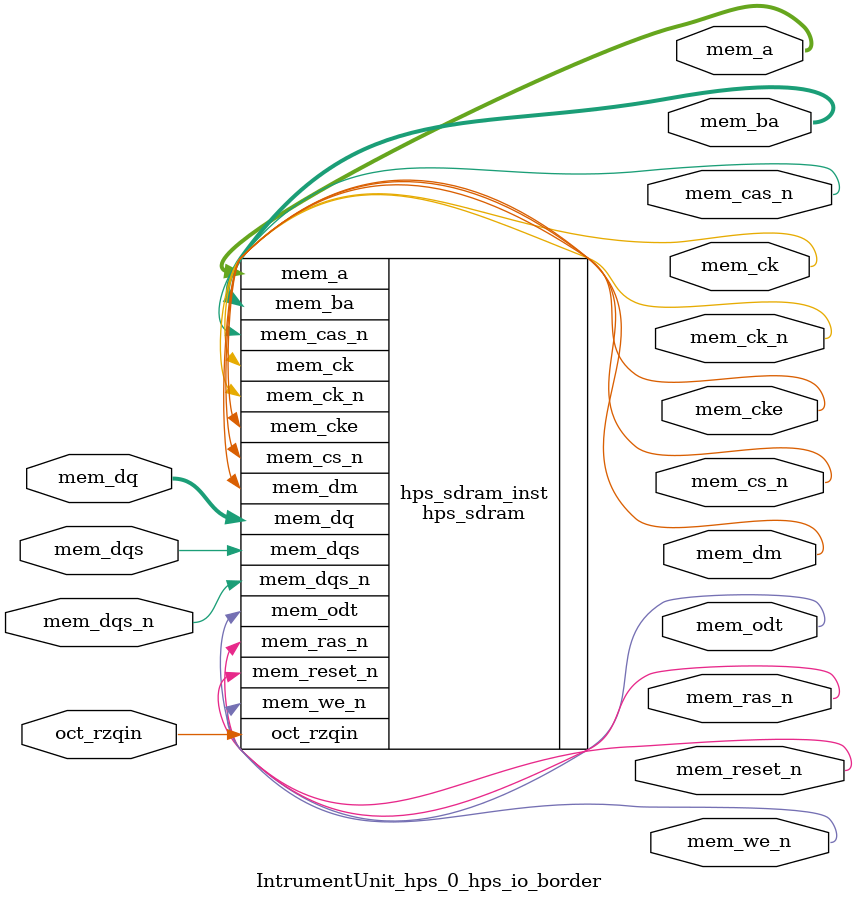
<source format=sv>


module IntrumentUnit_hps_0_hps_io_border(
// memory
  output wire [13 - 1 : 0 ] mem_a
 ,output wire [3 - 1 : 0 ] mem_ba
 ,output wire [1 - 1 : 0 ] mem_ck
 ,output wire [1 - 1 : 0 ] mem_ck_n
 ,output wire [1 - 1 : 0 ] mem_cke
 ,output wire [1 - 1 : 0 ] mem_cs_n
 ,output wire [1 - 1 : 0 ] mem_ras_n
 ,output wire [1 - 1 : 0 ] mem_cas_n
 ,output wire [1 - 1 : 0 ] mem_we_n
 ,output wire [1 - 1 : 0 ] mem_reset_n
 ,inout wire [8 - 1 : 0 ] mem_dq
 ,inout wire [1 - 1 : 0 ] mem_dqs
 ,inout wire [1 - 1 : 0 ] mem_dqs_n
 ,output wire [1 - 1 : 0 ] mem_odt
 ,output wire [1 - 1 : 0 ] mem_dm
 ,input wire [1 - 1 : 0 ] oct_rzqin
);


hps_sdram hps_sdram_inst(
 .mem_dq({
    mem_dq[7:0] // 7:0
  })
,.mem_odt({
    mem_odt[0:0] // 0:0
  })
,.mem_ras_n({
    mem_ras_n[0:0] // 0:0
  })
,.mem_dqs_n({
    mem_dqs_n[0:0] // 0:0
  })
,.mem_dqs({
    mem_dqs[0:0] // 0:0
  })
,.mem_dm({
    mem_dm[0:0] // 0:0
  })
,.mem_we_n({
    mem_we_n[0:0] // 0:0
  })
,.mem_cas_n({
    mem_cas_n[0:0] // 0:0
  })
,.mem_ba({
    mem_ba[2:0] // 2:0
  })
,.mem_a({
    mem_a[12:0] // 12:0
  })
,.mem_cs_n({
    mem_cs_n[0:0] // 0:0
  })
,.mem_ck({
    mem_ck[0:0] // 0:0
  })
,.mem_cke({
    mem_cke[0:0] // 0:0
  })
,.oct_rzqin({
    oct_rzqin[0:0] // 0:0
  })
,.mem_reset_n({
    mem_reset_n[0:0] // 0:0
  })
,.mem_ck_n({
    mem_ck_n[0:0] // 0:0
  })
);

endmodule


</source>
